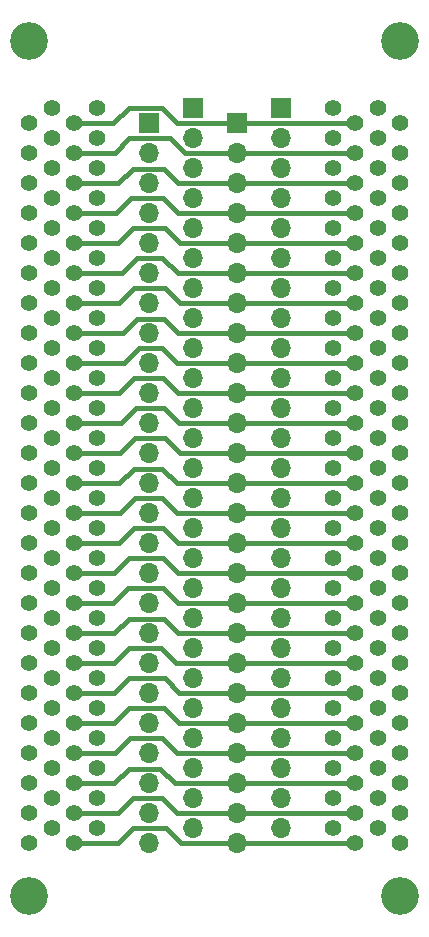
<source format=gbr>
G04 #@! TF.FileFunction,Copper,L4,Bot,Signal*
%FSLAX46Y46*%
G04 Gerber Fmt 4.6, Leading zero omitted, Abs format (unit mm)*
G04 Created by KiCad (PCBNEW 4.0.7-e2-6376~61~ubuntu18.04.1) date Tue Sep  1 21:44:29 2020*
%MOMM*%
%LPD*%
G01*
G04 APERTURE LIST*
%ADD10C,0.100000*%
%ADD11C,1.400000*%
%ADD12C,3.200000*%
%ADD13R,1.700000X1.700000*%
%ADD14O,1.700000X1.700000*%
%ADD15C,0.400000*%
G04 APERTURE END LIST*
D10*
D11*
X190760000Y-128485000D03*
X190760000Y-125945000D03*
X190760000Y-123405000D03*
X190760000Y-120865000D03*
X190760000Y-118325000D03*
X190760000Y-115785000D03*
X190760000Y-113245000D03*
X190760000Y-110705000D03*
X190760000Y-108165000D03*
X190760000Y-105625000D03*
X190760000Y-103085000D03*
X190760000Y-100545000D03*
X190760000Y-98005000D03*
X190760000Y-95465000D03*
X190760000Y-92925000D03*
X190760000Y-90385000D03*
X190760000Y-87845000D03*
X190760000Y-85305000D03*
X190760000Y-82765000D03*
X190760000Y-80225000D03*
X190760000Y-77685000D03*
X190760000Y-75145000D03*
X190760000Y-72605000D03*
X190760000Y-70065000D03*
X190760000Y-67525000D03*
X188855000Y-129755000D03*
X188855000Y-127215000D03*
X188855000Y-124675000D03*
X188855000Y-122135000D03*
X188855000Y-119595000D03*
X188855000Y-117055000D03*
X188855000Y-114515000D03*
X188855000Y-111975000D03*
X188855000Y-109435000D03*
X188855000Y-106895000D03*
X188855000Y-104355000D03*
X188855000Y-101815000D03*
X188855000Y-99275000D03*
X188855000Y-96735000D03*
X188855000Y-94195000D03*
X188855000Y-91655000D03*
X188855000Y-89115000D03*
X188855000Y-86575000D03*
X188855000Y-84035000D03*
X188855000Y-81495000D03*
X188855000Y-78955000D03*
X188855000Y-76415000D03*
X188855000Y-73875000D03*
X188855000Y-71335000D03*
X188855000Y-68795000D03*
X186950000Y-128485000D03*
X186950000Y-125945000D03*
X186950000Y-123405000D03*
X186950000Y-120865000D03*
X186950000Y-118325000D03*
X186950000Y-115785000D03*
X186950000Y-113245000D03*
X186950000Y-110705000D03*
X186950000Y-108165000D03*
X186950000Y-105625000D03*
X186950000Y-103085000D03*
X186950000Y-100545000D03*
X186950000Y-98005000D03*
X186950000Y-95465000D03*
X186950000Y-92925000D03*
X186950000Y-90385000D03*
X186950000Y-87845000D03*
X186950000Y-85305000D03*
X186950000Y-82765000D03*
X186950000Y-80225000D03*
X186950000Y-77685000D03*
X186950000Y-75145000D03*
X186950000Y-72605000D03*
X186950000Y-70065000D03*
X186950000Y-67525000D03*
X192665000Y-129755000D03*
X192665000Y-127215000D03*
X192665000Y-124675000D03*
X192665000Y-122135000D03*
X192665000Y-119595000D03*
X192665000Y-117055000D03*
X192665000Y-114515000D03*
X192665000Y-111975000D03*
X192665000Y-109435000D03*
X192665000Y-106895000D03*
X192665000Y-104355000D03*
X192665000Y-101815000D03*
X192665000Y-99275000D03*
X192665000Y-96735000D03*
X192665000Y-94195000D03*
X192665000Y-91655000D03*
X192665000Y-89115000D03*
X192665000Y-86575000D03*
X192665000Y-84035000D03*
X192665000Y-81495000D03*
X192665000Y-78955000D03*
X192665000Y-76415000D03*
X192665000Y-73875000D03*
X192665000Y-71335000D03*
X192665000Y-68795000D03*
D12*
X192665000Y-61810000D03*
X192665000Y-134200000D03*
D11*
X163140000Y-128485000D03*
X163140000Y-125945000D03*
X163140000Y-123405000D03*
X163140000Y-120865000D03*
X163140000Y-118325000D03*
X163140000Y-115785000D03*
X163140000Y-113245000D03*
X163140000Y-110705000D03*
X163140000Y-108165000D03*
X163140000Y-105625000D03*
X163140000Y-103085000D03*
X163140000Y-100545000D03*
X163140000Y-98005000D03*
X163140000Y-95465000D03*
X163140000Y-92925000D03*
X163140000Y-90385000D03*
X163140000Y-87845000D03*
X163140000Y-85305000D03*
X163140000Y-82765000D03*
X163140000Y-80225000D03*
X163140000Y-77685000D03*
X163140000Y-75145000D03*
X163140000Y-72605000D03*
X163140000Y-70065000D03*
X163140000Y-67525000D03*
X165045000Y-129755000D03*
X165045000Y-127215000D03*
X165045000Y-124675000D03*
X165045000Y-122135000D03*
X165045000Y-119595000D03*
X165045000Y-117055000D03*
X165045000Y-114515000D03*
X165045000Y-111975000D03*
X165045000Y-109435000D03*
X165045000Y-106895000D03*
X165045000Y-104355000D03*
X165045000Y-101815000D03*
X165045000Y-99275000D03*
X165045000Y-96735000D03*
X165045000Y-94195000D03*
X165045000Y-91655000D03*
X165045000Y-89115000D03*
X165045000Y-86575000D03*
X165045000Y-84035000D03*
X165045000Y-81495000D03*
X165045000Y-78955000D03*
X165045000Y-76415000D03*
X165045000Y-73875000D03*
X165045000Y-71335000D03*
X165045000Y-68795000D03*
X166950000Y-128485000D03*
X166950000Y-125945000D03*
X166950000Y-123405000D03*
X166950000Y-120865000D03*
X166950000Y-118325000D03*
X166950000Y-115785000D03*
X166950000Y-113245000D03*
X166950000Y-110705000D03*
X166950000Y-108165000D03*
X166950000Y-105625000D03*
X166950000Y-103085000D03*
X166950000Y-100545000D03*
X166950000Y-98005000D03*
X166950000Y-95465000D03*
X166950000Y-92925000D03*
X166950000Y-90385000D03*
X166950000Y-87845000D03*
X166950000Y-85305000D03*
X166950000Y-82765000D03*
X166950000Y-80225000D03*
X166950000Y-77685000D03*
X166950000Y-75145000D03*
X166950000Y-72605000D03*
X166950000Y-70065000D03*
X166950000Y-67525000D03*
X161235000Y-129755000D03*
X161235000Y-127215000D03*
X161235000Y-124675000D03*
X161235000Y-122135000D03*
X161235000Y-119595000D03*
X161235000Y-117055000D03*
X161235000Y-114515000D03*
X161235000Y-111975000D03*
X161235000Y-109435000D03*
X161235000Y-106895000D03*
X161235000Y-104355000D03*
X161235000Y-101815000D03*
X161235000Y-99275000D03*
X161235000Y-96735000D03*
X161235000Y-94195000D03*
X161235000Y-91655000D03*
X161235000Y-89115000D03*
X161235000Y-86575000D03*
X161235000Y-84035000D03*
X161235000Y-81495000D03*
X161235000Y-78955000D03*
X161235000Y-76415000D03*
X161235000Y-73875000D03*
X161235000Y-71335000D03*
X161235000Y-68795000D03*
D12*
X161235000Y-61810000D03*
X161235000Y-134200000D03*
D13*
X175075000Y-67525000D03*
D14*
X175075000Y-70065000D03*
X175075000Y-72605000D03*
X175075000Y-75145000D03*
X175075000Y-77685000D03*
X175075000Y-80225000D03*
X175075000Y-82765000D03*
X175075000Y-85305000D03*
X175075000Y-87845000D03*
X175075000Y-90385000D03*
X175075000Y-92925000D03*
X175075000Y-95465000D03*
X175075000Y-98005000D03*
X175075000Y-100545000D03*
X175075000Y-103085000D03*
X175075000Y-105625000D03*
X175075000Y-108165000D03*
X175075000Y-110705000D03*
X175075000Y-113245000D03*
X175075000Y-115785000D03*
X175075000Y-118325000D03*
X175075000Y-120865000D03*
X175075000Y-123405000D03*
X175075000Y-125945000D03*
X175075000Y-128485000D03*
D13*
X182525000Y-67525000D03*
D14*
X182525000Y-70065000D03*
X182525000Y-72605000D03*
X182525000Y-75145000D03*
X182525000Y-77685000D03*
X182525000Y-80225000D03*
X182525000Y-82765000D03*
X182525000Y-85305000D03*
X182525000Y-87845000D03*
X182525000Y-90385000D03*
X182525000Y-92925000D03*
X182525000Y-95465000D03*
X182525000Y-98005000D03*
X182525000Y-100545000D03*
X182525000Y-103085000D03*
X182525000Y-105625000D03*
X182525000Y-108165000D03*
X182525000Y-110705000D03*
X182525000Y-113245000D03*
X182525000Y-115785000D03*
X182525000Y-118325000D03*
X182525000Y-120865000D03*
X182525000Y-123405000D03*
X182525000Y-125945000D03*
X182525000Y-128485000D03*
D13*
X171350000Y-68800000D03*
D14*
X171350000Y-71340000D03*
X171350000Y-73880000D03*
X171350000Y-76420000D03*
X171350000Y-78960000D03*
X171350000Y-81500000D03*
X171350000Y-84040000D03*
X171350000Y-86580000D03*
X171350000Y-89120000D03*
X171350000Y-91660000D03*
X171350000Y-94200000D03*
X171350000Y-96740000D03*
X171350000Y-99280000D03*
X171350000Y-101820000D03*
X171350000Y-104360000D03*
X171350000Y-106900000D03*
X171350000Y-109440000D03*
X171350000Y-111980000D03*
X171350000Y-114520000D03*
X171350000Y-117060000D03*
X171350000Y-119600000D03*
X171350000Y-122140000D03*
X171350000Y-124680000D03*
X171350000Y-127220000D03*
X171350000Y-129760000D03*
D13*
X178800000Y-68800000D03*
D14*
X178800000Y-71340000D03*
X178800000Y-73880000D03*
X178800000Y-76420000D03*
X178800000Y-78960000D03*
X178800000Y-81500000D03*
X178800000Y-84040000D03*
X178800000Y-86580000D03*
X178800000Y-89120000D03*
X178800000Y-91660000D03*
X178800000Y-94200000D03*
X178800000Y-96740000D03*
X178800000Y-99280000D03*
X178800000Y-101820000D03*
X178800000Y-104360000D03*
X178800000Y-106900000D03*
X178800000Y-109440000D03*
X178800000Y-111980000D03*
X178800000Y-114520000D03*
X178800000Y-117060000D03*
X178800000Y-119600000D03*
X178800000Y-122140000D03*
X178800000Y-124680000D03*
X178800000Y-127220000D03*
X178800000Y-129760000D03*
D15*
X178800000Y-129760000D02*
X188850000Y-129760000D01*
X188850000Y-129760000D02*
X188855000Y-129755000D01*
X165045000Y-129755000D02*
X168745000Y-129755000D01*
X174085000Y-129760000D02*
X178800000Y-129760000D01*
X172825000Y-128500000D02*
X174085000Y-129760000D01*
X170000000Y-128500000D02*
X172825000Y-128500000D01*
X168745000Y-129755000D02*
X170000000Y-128500000D01*
X178800000Y-127220000D02*
X188850000Y-127220000D01*
X188850000Y-127220000D02*
X188855000Y-127215000D01*
X165045000Y-127215000D02*
X168785000Y-127215000D01*
X173745000Y-127220000D02*
X178800000Y-127220000D01*
X172475000Y-125950000D02*
X173745000Y-127220000D01*
X170050000Y-125950000D02*
X172475000Y-125950000D01*
X168785000Y-127215000D02*
X170050000Y-125950000D01*
X165045000Y-124675000D02*
X168425000Y-124675000D01*
X173605000Y-124680000D02*
X178800000Y-124680000D01*
X172350000Y-123425000D02*
X173605000Y-124680000D01*
X169675000Y-123425000D02*
X172350000Y-123425000D01*
X168425000Y-124675000D02*
X169675000Y-123425000D01*
X178800000Y-124680000D02*
X188850000Y-124680000D01*
X188850000Y-124680000D02*
X188855000Y-124675000D01*
X165045000Y-122135000D02*
X168540000Y-122135000D01*
X173790000Y-122140000D02*
X178800000Y-122140000D01*
X172525000Y-120875000D02*
X173790000Y-122140000D01*
X169800000Y-120875000D02*
X172525000Y-120875000D01*
X168540000Y-122135000D02*
X169800000Y-120875000D01*
X178800000Y-122140000D02*
X188850000Y-122140000D01*
X188850000Y-122140000D02*
X188855000Y-122135000D01*
X165045000Y-119595000D02*
X168405000Y-119595000D01*
X173925000Y-119600000D02*
X178800000Y-119600000D01*
X172650000Y-118325000D02*
X173925000Y-119600000D01*
X169675000Y-118325000D02*
X172650000Y-118325000D01*
X168405000Y-119595000D02*
X169675000Y-118325000D01*
X178800000Y-119600000D02*
X188850000Y-119600000D01*
X188850000Y-119600000D02*
X188855000Y-119595000D01*
X165045000Y-117055000D02*
X168445000Y-117055000D01*
X173960000Y-117060000D02*
X178800000Y-117060000D01*
X172700000Y-115800000D02*
X173960000Y-117060000D01*
X169700000Y-115800000D02*
X172700000Y-115800000D01*
X168445000Y-117055000D02*
X169700000Y-115800000D01*
X178800000Y-117060000D02*
X188850000Y-117060000D01*
X188850000Y-117060000D02*
X188855000Y-117055000D01*
X165045000Y-114515000D02*
X168410000Y-114515000D01*
X173695000Y-114520000D02*
X178800000Y-114520000D01*
X172425000Y-113250000D02*
X173695000Y-114520000D01*
X169675000Y-113250000D02*
X172425000Y-113250000D01*
X168410000Y-114515000D02*
X169675000Y-113250000D01*
X178800000Y-114520000D02*
X188850000Y-114520000D01*
X188850000Y-114520000D02*
X188855000Y-114515000D01*
X165045000Y-111975000D02*
X168425000Y-111975000D01*
X173880000Y-111980000D02*
X178800000Y-111980000D01*
X172625000Y-110725000D02*
X173880000Y-111980000D01*
X169675000Y-110725000D02*
X172625000Y-110725000D01*
X168425000Y-111975000D02*
X169675000Y-110725000D01*
X178800000Y-111980000D02*
X188850000Y-111980000D01*
X188850000Y-111980000D02*
X188855000Y-111975000D01*
X165045000Y-109435000D02*
X168365000Y-109435000D01*
X173840000Y-109440000D02*
X178800000Y-109440000D01*
X172575000Y-108175000D02*
X173840000Y-109440000D01*
X169625000Y-108175000D02*
X172575000Y-108175000D01*
X168365000Y-109435000D02*
X169625000Y-108175000D01*
X178800000Y-109440000D02*
X188850000Y-109440000D01*
X188850000Y-109440000D02*
X188855000Y-109435000D01*
X178800000Y-106900000D02*
X188850000Y-106900000D01*
X188850000Y-106900000D02*
X188855000Y-106895000D01*
X165045000Y-106895000D02*
X168430000Y-106895000D01*
X173850000Y-106900000D02*
X178800000Y-106900000D01*
X172575000Y-105625000D02*
X173850000Y-106900000D01*
X169700000Y-105625000D02*
X172575000Y-105625000D01*
X168430000Y-106895000D02*
X169700000Y-105625000D01*
X178800000Y-104360000D02*
X188850000Y-104360000D01*
X188850000Y-104360000D02*
X188855000Y-104355000D01*
X165045000Y-104355000D02*
X168845000Y-104355000D01*
X173860000Y-104360000D02*
X178800000Y-104360000D01*
X172600000Y-103100000D02*
X173860000Y-104360000D01*
X170100000Y-103100000D02*
X172600000Y-103100000D01*
X168845000Y-104355000D02*
X170100000Y-103100000D01*
X178800000Y-101820000D02*
X188850000Y-101820000D01*
X188850000Y-101820000D02*
X188855000Y-101815000D01*
X165045000Y-101815000D02*
X168935000Y-101815000D01*
X173720000Y-101820000D02*
X178800000Y-101820000D01*
X172450000Y-100550000D02*
X173720000Y-101820000D01*
X170200000Y-100550000D02*
X172450000Y-100550000D01*
X168935000Y-101815000D02*
X170200000Y-100550000D01*
X165045000Y-99275000D02*
X168850000Y-99275000D01*
X173730000Y-99280000D02*
X178800000Y-99280000D01*
X172475000Y-98025000D02*
X173730000Y-99280000D01*
X170100000Y-98025000D02*
X172475000Y-98025000D01*
X168850000Y-99275000D02*
X170100000Y-98025000D01*
X178800000Y-99280000D02*
X188850000Y-99280000D01*
X188850000Y-99280000D02*
X188855000Y-99275000D01*
X165045000Y-96735000D02*
X168940000Y-96735000D01*
X174015000Y-96740000D02*
X178800000Y-96740000D01*
X172750000Y-95475000D02*
X174015000Y-96740000D01*
X170200000Y-95475000D02*
X172750000Y-95475000D01*
X168940000Y-96735000D02*
X170200000Y-95475000D01*
X178800000Y-96740000D02*
X188850000Y-96740000D01*
X188850000Y-96740000D02*
X188855000Y-96735000D01*
X165045000Y-94195000D02*
X169005000Y-94195000D01*
X173900000Y-94200000D02*
X178800000Y-94200000D01*
X172625000Y-92925000D02*
X173900000Y-94200000D01*
X170275000Y-92925000D02*
X172625000Y-92925000D01*
X169005000Y-94195000D02*
X170275000Y-92925000D01*
X178800000Y-94200000D02*
X188850000Y-94200000D01*
X188850000Y-94200000D02*
X188855000Y-94195000D01*
X165045000Y-91655000D02*
X168820000Y-91655000D01*
X173810000Y-91660000D02*
X178800000Y-91660000D01*
X172550000Y-90400000D02*
X173810000Y-91660000D01*
X170075000Y-90400000D02*
X172550000Y-90400000D01*
X168820000Y-91655000D02*
X170075000Y-90400000D01*
X178800000Y-91660000D02*
X188850000Y-91660000D01*
X188850000Y-91660000D02*
X188855000Y-91655000D01*
X165045000Y-89115000D02*
X169235000Y-89115000D01*
X173795000Y-89120000D02*
X178800000Y-89120000D01*
X172525000Y-87850000D02*
X173795000Y-89120000D01*
X170500000Y-87850000D02*
X172525000Y-87850000D01*
X169235000Y-89115000D02*
X170500000Y-87850000D01*
X178800000Y-89120000D02*
X188850000Y-89120000D01*
X188850000Y-89120000D02*
X188855000Y-89115000D01*
X165045000Y-86575000D02*
X169150000Y-86575000D01*
X173880000Y-86580000D02*
X178800000Y-86580000D01*
X172625000Y-85325000D02*
X173880000Y-86580000D01*
X170400000Y-85325000D02*
X172625000Y-85325000D01*
X169150000Y-86575000D02*
X170400000Y-85325000D01*
X178800000Y-86580000D02*
X188850000Y-86580000D01*
X188850000Y-86580000D02*
X188855000Y-86575000D01*
X178800000Y-84040000D02*
X188850000Y-84040000D01*
X188850000Y-84040000D02*
X188855000Y-84035000D01*
X165045000Y-84035000D02*
X168840000Y-84035000D01*
X173990000Y-84040000D02*
X178800000Y-84040000D01*
X172725000Y-82775000D02*
X173990000Y-84040000D01*
X170100000Y-82775000D02*
X172725000Y-82775000D01*
X168840000Y-84035000D02*
X170100000Y-82775000D01*
X178800000Y-81500000D02*
X188850000Y-81500000D01*
X188850000Y-81500000D02*
X188855000Y-81495000D01*
X165045000Y-81495000D02*
X169105000Y-81495000D01*
X173800000Y-81500000D02*
X178800000Y-81500000D01*
X172525000Y-80225000D02*
X173800000Y-81500000D01*
X170375000Y-80225000D02*
X172525000Y-80225000D01*
X169105000Y-81495000D02*
X170375000Y-80225000D01*
X178800000Y-78960000D02*
X188850000Y-78960000D01*
X188850000Y-78960000D02*
X188855000Y-78955000D01*
X165045000Y-78955000D02*
X168720000Y-78955000D01*
X173985000Y-78960000D02*
X178800000Y-78960000D01*
X172700000Y-77675000D02*
X173985000Y-78960000D01*
X170000000Y-77675000D02*
X172700000Y-77675000D01*
X168720000Y-78955000D02*
X170000000Y-77675000D01*
X178800000Y-76420000D02*
X188850000Y-76420000D01*
X188850000Y-76420000D02*
X188855000Y-76415000D01*
X165045000Y-76415000D02*
X168560000Y-76415000D01*
X173820000Y-76420000D02*
X178800000Y-76420000D01*
X172550000Y-75150000D02*
X173820000Y-76420000D01*
X169825000Y-75150000D02*
X172550000Y-75150000D01*
X168560000Y-76415000D02*
X169825000Y-75150000D01*
X178800000Y-73880000D02*
X188850000Y-73880000D01*
X188850000Y-73880000D02*
X188855000Y-73875000D01*
X165045000Y-73875000D02*
X168800000Y-73875000D01*
X173880000Y-73880000D02*
X178800000Y-73880000D01*
X172625000Y-72625000D02*
X173880000Y-73880000D01*
X170050000Y-72625000D02*
X172625000Y-72625000D01*
X168800000Y-73875000D02*
X170050000Y-72625000D01*
X178800000Y-71340000D02*
X188850000Y-71340000D01*
X188850000Y-71340000D02*
X188855000Y-71335000D01*
X165045000Y-71335000D02*
X168465000Y-71335000D01*
X174440000Y-71340000D02*
X178800000Y-71340000D01*
X173175000Y-70075000D02*
X174440000Y-71340000D01*
X169725000Y-70075000D02*
X173175000Y-70075000D01*
X168465000Y-71335000D02*
X169725000Y-70075000D01*
X178800000Y-68800000D02*
X188850000Y-68800000D01*
X188850000Y-68800000D02*
X188855000Y-68795000D01*
X165045000Y-68795000D02*
X168330000Y-68795000D01*
X173775000Y-68800000D02*
X178800000Y-68800000D01*
X172450000Y-67475000D02*
X173775000Y-68800000D01*
X169650000Y-67475000D02*
X172450000Y-67475000D01*
X168330000Y-68795000D02*
X169650000Y-67475000D01*
M02*

</source>
